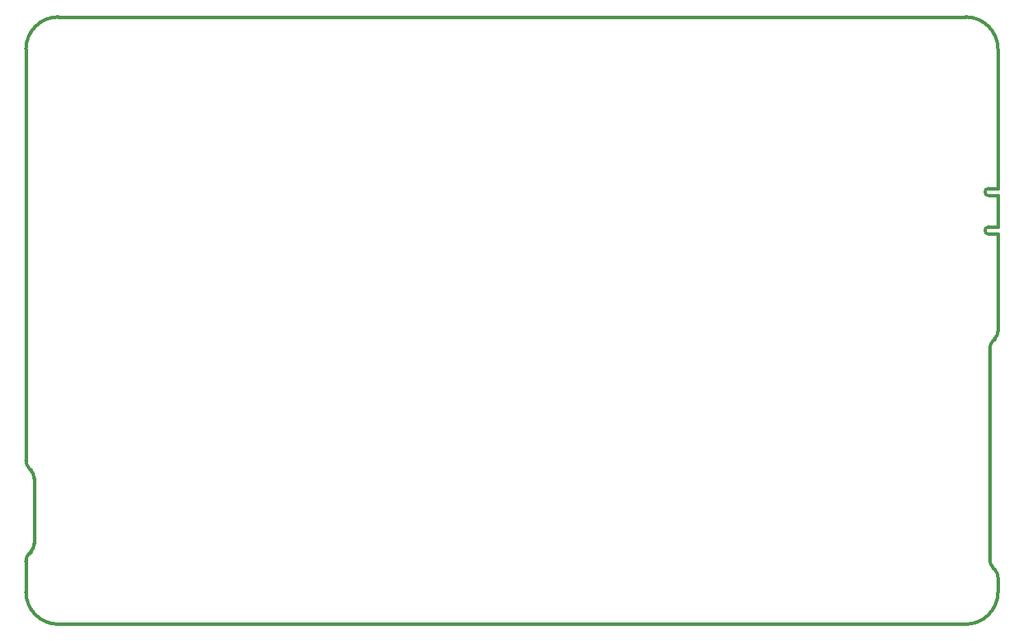
<source format=gbr>
G04 #@! TF.FileFunction,Profile,NP*
%FSLAX46Y46*%
G04 Gerber Fmt 4.6, Leading zero omitted, Abs format (unit mm)*
G04 Created by KiCad (PCBNEW (2015-03-02 BZR 5466)-product) date 2015 April 22, Wednesday 22:19:37*
%MOMM*%
G01*
G04 APERTURE LIST*
%ADD10C,0.150000*%
%ADD11C,0.381000*%
G04 APERTURE END LIST*
D10*
D11*
X180000000Y-126825000D02*
X180000000Y-138740000D01*
X180000000Y-122075000D02*
X180000000Y-125925000D01*
X180000000Y-104000000D02*
X180000000Y-121175000D01*
X178850000Y-125925000D02*
G75*
G03X178850000Y-126825000I0J-450000D01*
G01*
X180000000Y-126825000D02*
X178850000Y-126825000D01*
X180000000Y-125925000D02*
X178850000Y-125925000D01*
X178850000Y-121175000D02*
G75*
G03X178850000Y-122075000I0J-450000D01*
G01*
X178850000Y-122075000D02*
X180000000Y-122075000D01*
X180000000Y-121175000D02*
X178850000Y-121175000D01*
X60580000Y-155940000D02*
X60440000Y-155800000D01*
X60440000Y-166200000D02*
X60580000Y-166060000D01*
X60439340Y-166199340D02*
G75*
G03X60000000Y-167260000I1060660J-1060660D01*
G01*
X60580660Y-166060660D02*
G75*
G03X61020000Y-165000000I-1060660J1060660D01*
G01*
X60439340Y-155800660D02*
G75*
G02X60000000Y-154740000I1060660J1060660D01*
G01*
X60580660Y-155939340D02*
G75*
G02X61020000Y-157000000I-1060660J-1060660D01*
G01*
X180000000Y-171000000D02*
X180000000Y-169260000D01*
X179420000Y-168060000D02*
X179560000Y-168200000D01*
X179560660Y-168199340D02*
G75*
G02X180000000Y-169260000I-1060660J-1060660D01*
G01*
X179419340Y-168060660D02*
G75*
G02X178980000Y-167000000I1060660J1060660D01*
G01*
X179420000Y-139940000D02*
X179560000Y-139800000D01*
X179560660Y-139800660D02*
G75*
G03X180000000Y-138740000I-1060660J1060660D01*
G01*
X179419340Y-139939340D02*
G75*
G03X178980000Y-141000000I1060660J-1060660D01*
G01*
X60000000Y-167260000D02*
X60000000Y-171000000D01*
X60000000Y-154740000D02*
X60000000Y-104000000D01*
X61020000Y-157000000D02*
X61020000Y-165000000D01*
X178980000Y-141000000D02*
X178980000Y-167000000D01*
X176000000Y-100000000D02*
X64000000Y-100000000D01*
X64000000Y-175000000D02*
X176000000Y-175000000D01*
X176000000Y-175000000D02*
G75*
G03X180000000Y-171000000I0J4000000D01*
G01*
X180000000Y-104000000D02*
G75*
G03X176000000Y-100000000I-4000000J0D01*
G01*
X60000000Y-171000000D02*
G75*
G03X64000000Y-175000000I4000000J0D01*
G01*
X64000000Y-100000000D02*
G75*
G03X60000000Y-104000000I0J-4000000D01*
G01*
M02*

</source>
